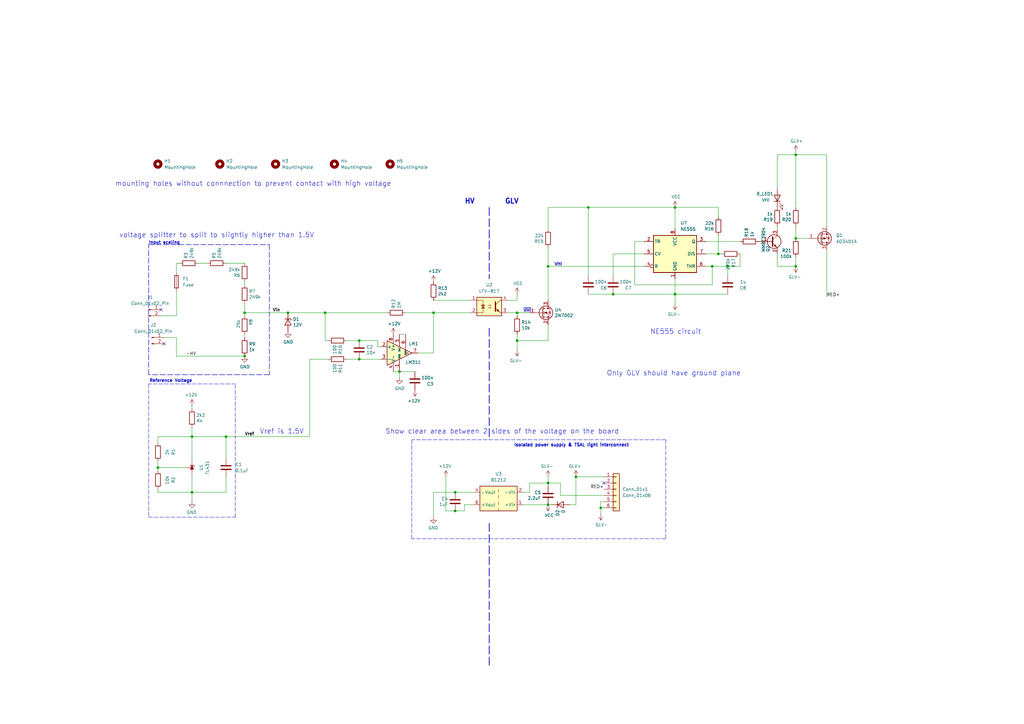
<source format=kicad_sch>
(kicad_sch (version 20231120) (generator "eeschema") (generator_version "8.0")
  (paper "A3")
  (title_block (title "TSAL") (date "2020-03-11") (rev "3.1") (company "NU Racing (UoN)") (comment 1 "Michael Ruppe") (comment 2 "github.com/michaelruppe/FSAE"))
  (lib_symbols
    (symbol "Comparator:LM311" (pin_names (offset 0.127))
      (property "Reference" "U" (at 3.81 6.35 0))
      (property "Value" "LM311" (at 3.81 3.81 0))
      (symbol "LM311_0_1"
        (polyline (pts (xy 5.08 0) (xy -5.08 5.08) (xy -5.08 -5.08) (xy 5.08 0)) (stroke (width 0.254)) (fill (type background)))
        (polyline (pts (xy 3.683 -0.381) (xy 3.302 -0.381) (xy 3.683 0) (xy 3.302 0.381) (xy 2.921 0) (xy 3.302 -0.381) (xy 2.921 -0.381)) (stroke (width 0.127)))
      )
      (symbol "LM311_1_1"
        (pin passive line (at 0 -7.62 90) (length 5.08) (name "GND") (number "1"))
        (pin input line (at -7.62 2.54 0) (length 2.54) (name "+") (number "2"))
        (pin input line (at -7.62 -2.54 0) (length 2.54) (name "-") (number "3"))
        (pin power_in line (at -2.54 -7.62 90) (length 3.81) (name "V-") (number "4"))
        (pin input line (at 0 7.62 270) (length 5.08) (name "BAL") (number "5"))
        (pin input line (at 2.54 7.62 270) (length 6.35) (name "STRB") (number "6"))
        (pin open_collector line (at 7.62 0 180) (length 2.54) (name "~") (number "7"))
        (pin power_in line (at -2.54 7.62 270) (length 3.81) (name "V+") (number "8"))
      )
    )
    (symbol "Connector:Conn_01x02_Pin" (pin_names (offset 1.016) hide)
      (property "Reference" "J" (at 0 2.54 0))
      (property "Value" "Conn_01x02_Pin" (at 0 -5.08 0))
      (symbol "Conn_01x02_Pin_1_1"
        (polyline (pts (xy 1.27 -2.54) (xy 0.8636 -2.54)) (stroke (width 0.1524)))
        (polyline (pts (xy 1.27 0) (xy 0.8636 0)) (stroke (width 0.1524)))
        (rectangle (start 0.8636 -2.413) (end 0 -2.667) (stroke (width 0.1524)) (fill (type outline)))
        (rectangle (start 0.8636 0.127) (end 0 -0.127) (stroke (width 0.1524)) (fill (type outline)))
        (pin passive line (at 5.08 0 180) (length 3.81) (name "Pin_1") (number "1"))
        (pin passive line (at 5.08 -2.54 180) (length 3.81) (name "Pin_2") (number "2"))
      )
    )
    (symbol "Connector_Generic:Conn_01x06" (pin_names (offset 1.016) hide)
      (property "Reference" "J" (at 0 7.62 0))
      (property "Value" "Conn_01x06" (at 0 -10.16 0))
      (symbol "Conn_01x06_1_1"
        (rectangle (start -1.27 -7.493) (end 0 -7.747) (stroke (width 0.1524)))
        (rectangle (start -1.27 -4.953) (end 0 -5.207) (stroke (width 0.1524)))
        (rectangle (start -1.27 -2.413) (end 0 -2.667) (stroke (width 0.1524)))
        (rectangle (start -1.27 0.127) (end 0 -0.127) (stroke (width 0.1524)))
        (rectangle (start -1.27 2.667) (end 0 2.413) (stroke (width 0.1524)))
        (rectangle (start -1.27 5.207) (end 0 4.953) (stroke (width 0.1524)))
        (rectangle (start -1.27 6.35) (end 1.27 -8.89) (stroke (width 0.254)) (fill (type background)))
        (pin passive line (at -5.08 5.08 0) (length 3.81) (name "Pin_1") (number "1"))
        (pin passive line (at -5.08 2.54 0) (length 3.81) (name "Pin_2") (number "2"))
        (pin passive line (at -5.08 0 0) (length 3.81) (name "Pin_3") (number "3"))
        (pin passive line (at -5.08 -2.54 0) (length 3.81) (name "Pin_4") (number "4"))
        (pin passive line (at -5.08 -5.08 0) (length 3.81) (name "Pin_5") (number "5"))
        (pin passive line (at -5.08 -7.62 0) (length 3.81) (name "Pin_6") (number "6"))
      )
    )
    (symbol "Converter_DCDC:TBA2-1212"
      (property "Reference" "U" (at -6.35 6.35 0))
      (property "Value" "TBA2-1212" (at 2.54 6.35 0))
      (symbol "TBA2-1212_0_1"
        (rectangle (start -7.62 5.08) (end 7.62 -5.08) (stroke (width 0.254)) (fill (type background)))
        (polyline (pts (xy 0 -2.54) (xy 0 -3.81)))
        (polyline (pts (xy 0 0) (xy 0 -1.27)))
        (polyline (pts (xy 0 2.54) (xy 0 1.27)))
        (polyline (pts (xy 0 5.08) (xy 0 3.81)))
      )
      (symbol "TBA2-1212_1_1"
        (pin power_in line (at -10.16 2.54 0) (length 2.54) (name "+Vin") (number "1"))
        (pin power_in line (at -10.16 -2.54 0) (length 2.54) (name "-Vin") (number "2"))
        (pin power_out line (at 10.16 -2.54 180) (length 2.54) (name "-Vout") (number "4"))
        (pin power_out line (at 10.16 2.54 180) (length 2.54) (name "+Vout") (number "6"))
      )
    )
    (symbol "Device:C" (pin_numbers hide) (pin_names (offset 0.254))
      (property "Reference" "C" (at 0.635 2.54 0))
      (property "Value" "C" (at 0.635 -2.54 0))
      (symbol "C_0_1"
        (polyline (pts (xy -2.032 -0.762) (xy 2.032 -0.762)) (stroke (width 0.508)))
        (polyline (pts (xy -2.032 0.762) (xy 2.032 0.762)) (stroke (width 0.508)))
      )
      (symbol "C_1_1"
        (pin passive line (at 0 3.81 270) (length 2.794) (name "~") (number "1"))
        (pin passive line (at 0 -3.81 90) (length 2.794) (name "~") (number "2"))
      )
    )
    (symbol "Device:D" (pin_numbers hide) (pin_names (offset 1.016) hide)
      (property "Reference" "D" (at 0 2.54 0))
      (property "Value" "D" (at 0 -2.54 0))
      (symbol "D_0_1"
        (polyline (pts (xy -1.27 1.27) (xy -1.27 -1.27)) (stroke (width 0.254)))
        (polyline (pts (xy 1.27 0) (xy -1.27 0)))
        (polyline (pts (xy 1.27 1.27) (xy 1.27 -1.27) (xy -1.27 0) (xy 1.27 1.27)) (stroke (width 0.254)))
      )
      (symbol "D_1_1"
        (pin passive line (at -3.81 0 0) (length 2.54) (name "K") (number "1"))
        (pin passive line (at 3.81 0 180) (length 2.54) (name "A") (number "2"))
      )
    )
    (symbol "Device:D_Zener" (pin_numbers hide) (pin_names (offset 1.016) hide)
      (property "Reference" "D" (at 0 2.54 0))
      (property "Value" "D_Zener" (at 0 -2.54 0))
      (symbol "D_Zener_0_1"
        (polyline (pts (xy 1.27 0) (xy -1.27 0)))
        (polyline (pts (xy -1.27 -1.27) (xy -1.27 1.27) (xy -0.762 1.27)) (stroke (width 0.254)))
        (polyline (pts (xy 1.27 -1.27) (xy 1.27 1.27) (xy -1.27 0) (xy 1.27 -1.27)) (stroke (width 0.254)))
      )
      (symbol "D_Zener_1_1"
        (pin passive line (at -3.81 0 0) (length 2.54) (name "K") (number "1"))
        (pin passive line (at 3.81 0 180) (length 2.54) (name "A") (number "2"))
      )
    )
    (symbol "Device:Fuse" (pin_numbers hide) (pin_names (offset 0))
      (property "Reference" "F" (at 2.032 0 90))
      (property "Value" "Fuse" (at -1.905 0 90))
      (symbol "Fuse_0_1"
        (rectangle (start -0.762 -2.54) (end 0.762 2.54) (stroke (width 0.254)))
        (polyline (pts (xy 0 2.54) (xy 0 -2.54)))
      )
      (symbol "Fuse_1_1"
        (pin passive line (at 0 3.81 270) (length 1.27) (name "~") (number "1"))
        (pin passive line (at 0 -3.81 90) (length 1.27) (name "~") (number "2"))
      )
    )
    (symbol "Device:LED" (pin_numbers hide) (pin_names (offset 1.016) hide)
      (property "Reference" "D" (at 0 2.54 0))
      (property "Value" "LED" (at 0 -2.54 0))
      (symbol "LED_0_1"
        (polyline (pts (xy -1.27 -1.27) (xy -1.27 1.27)) (stroke (width 0.254)))
        (polyline (pts (xy -1.27 0) (xy 1.27 0)))
        (polyline (pts (xy 1.27 -1.27) (xy 1.27 1.27) (xy -1.27 0) (xy 1.27 -1.27)) (stroke (width 0.254)))
        (polyline (pts (xy -3.048 -0.762) (xy -4.572 -2.286) (xy -3.81 -2.286) (xy -4.572 -2.286) (xy -4.572 -1.524)))
        (polyline (pts (xy -1.778 -0.762) (xy -3.302 -2.286) (xy -2.54 -2.286) (xy -3.302 -2.286) (xy -3.302 -1.524)))
      )
      (symbol "LED_1_1"
        (pin passive line (at -3.81 0 0) (length 2.54) (name "K") (number "1"))
        (pin passive line (at 3.81 0 180) (length 2.54) (name "A") (number "2"))
      )
    )
    (symbol "Device:R" (pin_numbers hide) (pin_names (offset 0))
      (property "Reference" "R" (at 2.032 0 90))
      (property "Value" "R" (at 0 0 90))
      (symbol "R_0_1"
        (rectangle (start -1.016 -2.54) (end 1.016 2.54) (stroke (width 0.254)))
      )
      (symbol "R_1_1"
        (pin passive line (at 0 3.81 270) (length 1.27) (name "~") (number "1"))
        (pin passive line (at 0 -3.81 90) (length 1.27) (name "~") (number "2"))
      )
    )
    (symbol "Isolator:LTV-817" (pin_names (offset 1.016))
      (property "Reference" "U" (at -5.08 5.08 0))
      (property "Value" "LTV-817" (at 0 5.08 0))
      (symbol "LTV-817_0_1"
        (rectangle (start -5.08 3.81) (end 5.08 -3.81) (stroke (width 0.254)) (fill (type background)))
        (polyline (pts (xy -3.175 -0.635) (xy -1.905 -0.635)) (stroke (width 0.254)))
        (polyline (pts (xy 2.54 0.635) (xy 4.445 2.54)))
        (polyline (pts (xy 4.445 -2.54) (xy 2.54 -0.635)) (fill (type outline)))
        (polyline (pts (xy 4.445 -2.54) (xy 5.08 -2.54)))
        (polyline (pts (xy 4.445 2.54) (xy 5.08 2.54)))
        (polyline (pts (xy -5.08 2.54) (xy -2.54 2.54) (xy -2.54 -0.762)))
        (polyline (pts (xy -2.54 -0.635) (xy -2.54 -2.54) (xy -5.08 -2.54)))
        (polyline (pts (xy 2.54 1.905) (xy 2.54 -1.905) (xy 2.54 -1.905)) (stroke (width 0.508)))
        (polyline (pts (xy -2.54 -0.635) (xy -3.175 0.635) (xy -1.905 0.635) (xy -2.54 -0.635)) (stroke (width 0.254)))
        (polyline (pts (xy -0.508 -0.508) (xy 0.762 -0.508) (xy 0.381 -0.635) (xy 0.381 -0.381) (xy 0.762 -0.508)))
        (polyline (pts (xy -0.508 0.508) (xy 0.762 0.508) (xy 0.381 0.381) (xy 0.381 0.635) (xy 0.762 0.508)))
        (polyline (pts (xy 3.048 -1.651) (xy 3.556 -1.143) (xy 4.064 -2.159) (xy 3.048 -1.651) (xy 3.048 -1.651)) (fill (type outline)))
      )
      (symbol "LTV-817_1_1"
        (pin passive line (at -7.62 2.54 0) (length 2.54) (name "~") (number "1"))
        (pin passive line (at -7.62 -2.54 0) (length 2.54) (name "~") (number "2"))
        (pin passive line (at 7.62 -2.54 180) (length 2.54) (name "~") (number "3"))
        (pin passive line (at 7.62 2.54 180) (length 2.54) (name "~") (number "4"))
      )
    )
    (symbol "Mechanical:MountingHole" (pin_names (offset 1.016)) (exclude_from_sim yes) (in_bom no)
      (property "Reference" "H" (at 0 5.08 0))
      (property "Value" "MountingHole" (at 0 3.175 0))
      (symbol "MountingHole_0_1"
        (circle (center 0 0) (radius 1.27) (stroke (width 1.27)))
      )
    )
    (symbol "Reference_Voltage:TL431LP" (pin_numbers hide) (pin_names hide)
      (property "Reference" "U" (at -2.54 2.54 0))
      (property "Value" "TL431LP" (at 0 -2.54 0))
      (symbol "TL431LP_0_1"
        (polyline (pts (xy -1.27 0) (xy 0 0) (xy 1.27 0)))
        (polyline (pts (xy -0.762 0.762) (xy 0.762 0) (xy -0.762 -0.762)) (fill (type outline)))
        (polyline (pts (xy 0.508 -1.016) (xy 0.762 -0.762) (xy 0.762 0.762) (xy 0.762 0.762)) (stroke (width 0.254)))
      )
      (symbol "TL431LP_1_1"
        (pin passive line (at 0 2.54 270) (length 2.54) (name "REF") (number "1"))
        (pin passive line (at -2.54 0 0) (length 2.54) (name "A") (number "2"))
        (pin passive line (at 2.54 0 180) (length 2.54) (name "K") (number "3"))
      )
    )
    (symbol "Timer:NE555D"
      (property "Reference" "U" (at -10.16 8.89 0))
      (property "Value" "NE555D" (at 2.54 8.89 0))
      (symbol "NE555D_0_0"
        (pin power_in line (at 0 -10.16 90) (length 2.54) (name "GND") (number "1"))
        (pin power_in line (at 0 10.16 270) (length 2.54) (name "VCC") (number "8"))
      )
      (symbol "NE555D_0_1"
        (rectangle (start -8.89 -7.62) (end 8.89 7.62) (stroke (width 0.254)) (fill (type background)))
        (rectangle (start -8.89 -7.62) (end 8.89 7.62) (stroke (width 0.254)) (fill (type background)))
      )
      (symbol "NE555D_1_1"
        (pin input line (at -12.7 5.08 0) (length 3.81) (name "TR") (number "2"))
        (pin output line (at 12.7 5.08 180) (length 3.81) (name "Q") (number "3"))
        (pin input inverted (at -12.7 -5.08 0) (length 3.81) (name "R") (number "4"))
        (pin input line (at -12.7 0 0) (length 3.81) (name "CV") (number "5"))
        (pin input line (at 12.7 -5.08 180) (length 3.81) (name "THR") (number "6"))
        (pin input line (at 12.7 0 180) (length 3.81) (name "DIS") (number "7"))
      )
    )
    (symbol "Transistor_BJT:MMBT3904" (pin_names (offset 0) hide)
      (property "Reference" "Q" (at 5.08 1.905 0))
      (property "Value" "MMBT3904" (at 5.08 0 0))
      (symbol "MMBT3904_0_1"
        (polyline (pts (xy 0.635 0.635) (xy 2.54 2.54)))
        (polyline (pts (xy 0.635 -0.635) (xy 2.54 -2.54) (xy 2.54 -2.54)))
        (polyline (pts (xy 0.635 1.905) (xy 0.635 -1.905) (xy 0.635 -1.905)) (stroke (width 0.508)))
        (polyline (pts (xy 1.27 -1.778) (xy 1.778 -1.27) (xy 2.286 -2.286) (xy 1.27 -1.778) (xy 1.27 -1.778)) (fill (type outline)))
        (circle (center 1.27 0) (radius 2.8194) (stroke (width 0.254)))
      )
      (symbol "MMBT3904_1_1"
        (pin input line (at -5.08 0 0) (length 5.715) (name "B") (number "1"))
        (pin passive line (at 2.54 -5.08 90) (length 2.54) (name "E") (number "2"))
        (pin passive line (at 2.54 5.08 270) (length 2.54) (name "C") (number "3"))
      )
    )
    (symbol "Transistor_FET:2N7002" (pin_names hide)
      (property "Reference" "Q" (at 5.08 1.905 0))
      (property "Value" "2N7002" (at 5.08 0 0))
      (symbol "2N7002_0_1"
        (polyline (pts (xy 0.254 0) (xy -2.54 0)))
        (polyline (pts (xy 0.254 1.905) (xy 0.254 -1.905)) (stroke (width 0.254)))
        (polyline (pts (xy 0.762 -1.27) (xy 0.762 -2.286)) (stroke (width 0.254)))
        (polyline (pts (xy 0.762 0.508) (xy 0.762 -0.508)) (stroke (width 0.254)))
        (polyline (pts (xy 0.762 2.286) (xy 0.762 1.27)) (stroke (width 0.254)))
        (polyline (pts (xy 2.54 2.54) (xy 2.54 1.778)))
        (polyline (pts (xy 2.54 -2.54) (xy 2.54 0) (xy 0.762 0)))
        (polyline (pts (xy 0.762 -1.778) (xy 3.302 -1.778) (xy 3.302 1.778) (xy 0.762 1.778)))
        (polyline (pts (xy 1.016 0) (xy 2.032 0.381) (xy 2.032 -0.381) (xy 1.016 0)) (fill (type outline)))
        (polyline (pts (xy 2.794 0.508) (xy 2.921 0.381) (xy 3.683 0.381) (xy 3.81 0.254)))
        (polyline (pts (xy 3.302 0.381) (xy 2.921 -0.254) (xy 3.683 -0.254) (xy 3.302 0.381)))
        (circle (center 1.651 0) (radius 2.794) (stroke (width 0.254)))
        (circle (center 2.54 -1.778) (radius 0.254) (fill (type outline)))
        (circle (center 2.54 1.778) (radius 0.254) (fill (type outline)))
      )
      (symbol "2N7002_1_1"
        (pin input line (at -5.08 0 0) (length 2.54) (name "G") (number "1"))
        (pin passive line (at 2.54 -5.08 90) (length 2.54) (name "S") (number "2"))
        (pin passive line (at 2.54 5.08 270) (length 2.54) (name "D") (number "3"))
      )
    )
    (symbol "Transistor_FET:AO3401A" (pin_names hide)
      (property "Reference" "Q" (at 5.08 1.905 0))
      (property "Value" "AO3401A" (at 5.08 0 0))
      (symbol "AO3401A_0_1"
        (polyline (pts (xy 0.254 0) (xy -2.54 0)))
        (polyline (pts (xy 0.254 1.905) (xy 0.254 -1.905)) (stroke (width 0.254)))
        (polyline (pts (xy 0.762 -1.27) (xy 0.762 -2.286)) (stroke (width 0.254)))
        (polyline (pts (xy 0.762 0.508) (xy 0.762 -0.508)) (stroke (width 0.254)))
        (polyline (pts (xy 0.762 2.286) (xy 0.762 1.27)) (stroke (width 0.254)))
        (polyline (pts (xy 2.54 2.54) (xy 2.54 1.778)))
        (polyline (pts (xy 2.54 -2.54) (xy 2.54 0) (xy 0.762 0)))
        (polyline (pts (xy 0.762 1.778) (xy 3.302 1.778) (xy 3.302 -1.778) (xy 0.762 -1.778)))
        (polyline (pts (xy 2.286 0) (xy 1.27 0.381) (xy 1.27 -0.381) (xy 2.286 0)) (fill (type outline)))
        (polyline (pts (xy 2.794 -0.508) (xy 2.921 -0.381) (xy 3.683 -0.381) (xy 3.81 -0.254)))
        (polyline (pts (xy 3.302 -0.381) (xy 2.921 0.254) (xy 3.683 0.254) (xy 3.302 -0.381)))
        (circle (center 1.651 0) (radius 2.794) (stroke (width 0.254)))
        (circle (center 2.54 -1.778) (radius 0.254) (fill (type outline)))
        (circle (center 2.54 1.778) (radius 0.254) (fill (type outline)))
      )
      (symbol "AO3401A_1_1"
        (pin input line (at -5.08 0 0) (length 2.54) (name "G") (number "1"))
        (pin passive line (at 2.54 -5.08 90) (length 2.54) (name "S") (number "2"))
        (pin passive line (at 2.54 5.08 270) (length 2.54) (name "D") (number "3"))
      )
    )
    (symbol "power-symbol-library:GLV+" (power) (pin_names (offset 0))
      (property "Value" "GLV+" (at 0 3.81 0))
      (symbol "GLV+_0_1"
        (polyline (pts (xy -0.762 1.27) (xy 0 2.54)))
        (polyline (pts (xy 0 0) (xy 0 2.54)))
        (polyline (pts (xy 0 2.54) (xy 0.762 1.27)))
      )
      (symbol "GLV+_1_1"
        (pin power_in line (at 0 0 90) (length 0) hide (name "GLV+") (number "1"))
      )
    )
    (symbol "power-symbol-library:GLV-" (power) (pin_names (offset 0))
      (property "Value" "GLV-" (at 0 3.81 0))
      (symbol "GLV-_0_1"
        (polyline (pts (xy -0.762 1.27) (xy 0 2.54)))
        (polyline (pts (xy 0 0) (xy 0 2.54)))
        (polyline (pts (xy 0 2.54) (xy 0.762 1.27)))
      )
      (symbol "GLV-_1_1"
        (pin power_in line (at 0 0 90) (length 0) hide (name "GLV-") (number "1"))
      )
    )
    (symbol "power:+12V" (power) (pin_numbers hide) (pin_names (offset 0) hide)
      (property "Value" "+12V" (at 0 3.556 0))
      (symbol "+12V_0_1"
        (polyline (pts (xy -0.762 1.27) (xy 0 2.54)))
        (polyline (pts (xy 0 0) (xy 0 2.54)))
        (polyline (pts (xy 0 2.54) (xy 0.762 1.27)))
      )
      (symbol "+12V_1_1"
        (pin power_in line (at 0 0 90) (length 0) (name "~") (number "1"))
      )
    )
    (symbol "power:GND" (power) (pin_numbers hide) (pin_names (offset 0) hide)
      (property "Value" "GND" (at 0 -3.81 0))
      (symbol "GND_0_1"
        (polyline (pts (xy 0 0) (xy 0 -1.27) (xy 1.27 -1.27) (xy 0 -2.54) (xy -1.27 -1.27) (xy 0 -1.27)))
      )
      (symbol "GND_1_1"
        (pin power_in line (at 0 0 270) (length 0) (name "~") (number "1"))
      )
    )
    (symbol "power:VCC" (power) (pin_numbers hide) (pin_names (offset 0) hide)
      (property "Value" "VCC" (at 0 3.556 0))
      (symbol "VCC_0_1"
        (polyline (pts (xy -0.762 1.27) (xy 0 2.54)))
        (polyline (pts (xy 0 0) (xy 0 2.54)))
        (polyline (pts (xy 0 2.54) (xy 0.762 1.27)))
      )
      (symbol "VCC_1_1"
        (pin power_in line (at 0 0 90) (length 0) (name "~") (number "1"))
      )
    )
  )
  (junction (at 163.83 152.4))
  (junction (at 92.71 179.07))
  (junction (at 224.79 207.01))
  (junction (at 241.3 85.09))
  (junction (at 326.39 97.79))
  (junction (at 326.39 109.22))
  (junction (at 147.32 147.32))
  (junction (at 100.33 128.27))
  (junction (at 212.09 128.27))
  (junction (at 186.69 201.93))
  (junction (at 177.8 128.27))
  (junction (at 78.74 179.07))
  (junction (at 212.09 139.7))
  (junction (at 133.35 128.27))
  (junction (at 100.33 146.05))
  (junction (at 326.39 63.5))
  (junction (at 64.77 191.77))
  (junction (at 186.69 209.55))
  (junction (at 118.11 128.27))
  (junction (at 276.86 120.65))
  (junction (at 294.64 104.14))
  (junction (at 224.79 198.12))
  (junction (at 147.32 139.7))
  (junction (at 236.22 195.58))
  (junction (at 224.79 109.22))
  (junction (at 276.86 85.09))
  (junction (at 298.45 109.22))
  (junction (at 292.1 109.22))
  (junction (at 246.38 208.28))
  (junction (at 78.74 201.93))
  (junction (at 251.46 120.65))
  (no_connect (at 247.65 198.12))
  (no_connect (at 66.04 127))
  (no_connect (at 67.31 140.97))
  (wire (pts (xy 92.71 201.93) (xy 78.74 201.93)))
  (polyline (pts (xy 110.49 153.67) (xy 60.96 153.67)) (stroke (width 0.2032) (type dash)))
  (polyline (pts (xy 273.05 220.98) (xy 168.91 220.98)) (stroke (width 0) (type dash)))
  (wire (pts (xy 212.09 139.7) (xy 212.09 137.16)))
  (wire (pts (xy 260.35 116.84) (xy 292.1 116.84)))
  (wire (pts (xy 294.64 104.14) (xy 295.91 104.14)))
  (wire (pts (xy 190.5 207.01) (xy 194.31 207.01)))
  (wire (pts (xy 156.21 142.24) (xy 154.94 142.24)))
  (wire (pts (xy 134.62 147.32) (xy 127 147.32)))
  (polyline (pts (xy 96.52 157.48) (xy 60.96 157.48)) (stroke (width 0) (type dash)))
  (wire (pts (xy 224.79 109.22) (xy 264.16 109.22)))
  (wire (pts (xy 100.33 129.54) (xy 100.33 128.27)))
  (wire (pts (xy 276.86 85.09) (xy 276.86 93.98)))
  (wire (pts (xy 64.77 191.77) (xy 64.77 193.04)))
  (wire (pts (xy 72.39 111.76) (xy 72.39 107.95)))
  (wire (pts (xy 177.8 212.09) (xy 177.8 201.93)))
  (wire (pts (xy 92.71 107.95) (xy 100.33 107.95)))
  (polyline (pts (xy 200.66 85.09) (xy 200.66 114.3)) (stroke (width 0.3048) (type dash)))
  (polyline (pts (xy 110.49 100.33) (xy 110.49 153.67)) (stroke (width 0.2032) (type dash)))
  (wire (pts (xy 212.09 123.19) (xy 212.09 120.65)))
  (wire (pts (xy 224.79 85.09) (xy 241.3 85.09)))
  (polyline (pts (xy 60.96 100.33) (xy 110.49 100.33)) (stroke (width 0.2032) (type dash)))
  (wire (pts (xy 326.39 105.41) (xy 326.39 109.22)))
  (wire (pts (xy 318.77 104.14) (xy 318.77 109.22)))
  (wire (pts (xy 64.77 201.93) (xy 64.77 200.66)))
  (wire (pts (xy 100.33 137.16) (xy 100.33 138.43)))
  (wire (pts (xy 78.74 201.93) (xy 78.74 205.74)))
  (wire (pts (xy 64.77 189.23) (xy 64.77 191.77)))
  (polyline (pts (xy 60.96 153.67) (xy 60.96 100.33)) (stroke (width 0.2032) (type dash)))
  (wire (pts (xy 177.8 144.78) (xy 177.8 128.27)))
  (wire (pts (xy 212.09 128.27) (xy 212.09 129.54)))
  (wire (pts (xy 241.3 85.09) (xy 276.86 85.09)))
  (wire (pts (xy 72.39 107.95) (xy 73.66 107.95)))
  (wire (pts (xy 224.79 109.22) (xy 224.79 101.6)))
  (wire (pts (xy 236.22 195.58) (xy 247.65 195.58)))
  (wire (pts (xy 92.71 179.07) (xy 127 179.07)))
  (polyline (pts (xy 200.66 134.62) (xy 200.66 180.34)) (stroke (width 0.3048) (type dash)))
  (wire (pts (xy 326.39 62.23) (xy 326.39 63.5)))
  (wire (pts (xy 264.16 99.06) (xy 260.35 99.06)))
  (wire (pts (xy 166.37 137.16) (xy 163.83 137.16)))
  (wire (pts (xy 247.65 203.2) (xy 229.87 203.2)))
  (polyline (pts (xy 168.91 220.98) (xy 168.91 180.34)) (stroke (width 0) (type dash)))
  (wire (pts (xy 339.09 63.5) (xy 326.39 63.5)))
  (polyline (pts (xy 273.05 180.34) (xy 168.91 180.34)) (stroke (width 0) (type dash)))
  (wire (pts (xy 289.56 104.14) (xy 294.64 104.14)))
  (wire (pts (xy 100.33 124.46) (xy 100.33 128.27)))
  (wire (pts (xy 78.74 167.64) (xy 78.74 166.37)))
  (polyline (pts (xy 60.96 212.09) (xy 96.52 212.09)) (stroke (width 0) (type dash)))
  (wire (pts (xy 339.09 102.87) (xy 339.09 121.92)))
  (wire (pts (xy 224.79 93.98) (xy 224.79 85.09)))
  (wire (pts (xy 177.8 144.78) (xy 171.45 144.78)))
  (wire (pts (xy 81.28 107.95) (xy 85.09 107.95)))
  (wire (pts (xy 241.3 113.03) (xy 241.3 85.09)))
  (wire (pts (xy 78.74 194.31) (xy 78.74 201.93)))
  (wire (pts (xy 212.09 143.51) (xy 212.09 139.7)))
  (wire (pts (xy 147.32 139.7) (xy 142.24 139.7)))
  (wire (pts (xy 177.8 201.93) (xy 186.69 201.93)))
  (wire (pts (xy 224.79 195.58) (xy 224.79 198.12)))
  (wire (pts (xy 251.46 104.14) (xy 251.46 113.03)))
  (wire (pts (xy 326.39 63.5) (xy 326.39 85.09)))
  (wire (pts (xy 190.5 209.55) (xy 186.69 209.55)))
  (wire (pts (xy 214.63 207.01) (xy 224.79 207.01)))
  (polyline (pts (xy 200.66 214.63) (xy 200.66 273.05)) (stroke (width 0.3048) (type dash)))
  (wire (pts (xy 133.35 128.27) (xy 158.75 128.27)))
  (wire (pts (xy 236.22 195.58) (xy 236.22 207.01)))
  (wire (pts (xy 318.77 92.71) (xy 318.77 93.98)))
  (wire (pts (xy 303.53 104.14) (xy 303.53 109.22)))
  (wire (pts (xy 78.74 175.26) (xy 78.74 179.07)))
  (wire (pts (xy 133.35 128.27) (xy 133.35 139.7)))
  (wire (pts (xy 276.86 85.09) (xy 294.64 85.09)))
  (wire (pts (xy 208.28 123.19) (xy 212.09 123.19)))
  (wire (pts (xy 224.79 198.12) (xy 217.17 198.12)))
  (wire (pts (xy 186.69 209.55) (xy 182.88 209.55)))
  (wire (pts (xy 264.16 104.14) (xy 251.46 104.14)))
  (wire (pts (xy 298.45 109.22) (xy 292.1 109.22)))
  (wire (pts (xy 224.79 198.12) (xy 224.79 199.39)))
  (wire (pts (xy 127 147.32) (xy 127 179.07)))
  (wire (pts (xy 251.46 120.65) (xy 276.86 120.65)))
  (wire (pts (xy 154.94 139.7) (xy 147.32 139.7)))
  (wire (pts (xy 92.71 195.58) (xy 92.71 201.93)))
  (wire (pts (xy 142.24 147.32) (xy 147.32 147.32)))
  (wire (pts (xy 177.8 123.19) (xy 193.04 123.19)))
  (wire (pts (xy 292.1 116.84) (xy 292.1 109.22)))
  (wire (pts (xy 72.39 138.43) (xy 72.39 146.05)))
  (wire (pts (xy 64.77 191.77) (xy 76.2 191.77)))
  (wire (pts (xy 100.33 128.27) (xy 118.11 128.27)))
  (wire (pts (xy 229.87 203.2) (xy 229.87 198.12)))
  (wire (pts (xy 163.83 152.4) (xy 163.83 154.94)))
  (wire (pts (xy 241.3 120.65) (xy 251.46 120.65)))
  (wire (pts (xy 133.35 139.7) (xy 134.62 139.7)))
  (wire (pts (xy 67.31 138.43) (xy 72.39 138.43)))
  (wire (pts (xy 78.74 179.07) (xy 92.71 179.07)))
  (wire (pts (xy 163.83 152.4) (xy 170.18 152.4)))
  (wire (pts (xy 318.77 63.5) (xy 318.77 77.47)))
  (polyline (pts (xy 273.05 180.34) (xy 273.05 220.98)) (stroke (width 0) (type dash)))
  (wire (pts (xy 339.09 63.5) (xy 339.09 92.71)))
  (wire (pts (xy 161.29 152.4) (xy 163.83 152.4)))
  (wire (pts (xy 72.39 146.05) (xy 100.33 146.05)))
  (wire (pts (xy 298.45 120.65) (xy 276.86 120.65)))
  (wire (pts (xy 212.09 128.27) (xy 217.17 128.27)))
  (wire (pts (xy 64.77 201.93) (xy 78.74 201.93)))
  (wire (pts (xy 236.22 207.01) (xy 233.68 207.01)))
  (wire (pts (xy 78.74 179.07) (xy 78.74 189.23)))
  (wire (pts (xy 64.77 179.07) (xy 64.77 181.61)))
  (wire (pts (xy 276.86 120.65) (xy 276.86 124.46)))
  (wire (pts (xy 318.77 63.5) (xy 326.39 63.5)))
  (wire (pts (xy 100.33 115.57) (xy 100.33 116.84)))
  (wire (pts (xy 247.65 208.28) (xy 246.38 208.28)))
  (wire (pts (xy 226.06 207.01) (xy 224.79 207.01)))
  (wire (pts (xy 229.87 198.12) (xy 224.79 198.12)))
  (wire (pts (xy 64.77 179.07) (xy 78.74 179.07)))
  (wire (pts (xy 224.79 139.7) (xy 212.09 139.7)))
  (wire (pts (xy 182.88 195.58) (xy 182.88 209.55)))
  (wire (pts (xy 247.65 205.74) (xy 246.38 205.74)))
  (wire (pts (xy 217.17 201.93) (xy 214.63 201.93)))
  (wire (pts (xy 154.94 142.24) (xy 154.94 139.7)))
  (wire (pts (xy 186.69 201.93) (xy 194.31 201.93)))
  (polyline (pts (xy 60.96 157.48) (xy 60.96 212.09)) (stroke (width 0) (type dash)))
  (wire (pts (xy 303.53 109.22) (xy 298.45 109.22)))
  (wire (pts (xy 224.79 133.35) (xy 224.79 139.7)))
  (polyline (pts (xy 96.52 212.09) (xy 96.52 157.48)) (stroke (width 0) (type dash)))
  (wire (pts (xy 294.64 85.09) (xy 294.64 88.9)))
  (wire (pts (xy 190.5 209.55) (xy 190.5 207.01)))
  (wire (pts (xy 72.39 119.38) (xy 72.39 129.54)))
  (wire (pts (xy 260.35 99.06) (xy 260.35 116.84)))
  (wire (pts (xy 92.71 179.07) (xy 92.71 187.96)))
  (wire (pts (xy 298.45 113.03) (xy 298.45 109.22)))
  (wire (pts (xy 326.39 92.71) (xy 326.39 97.79)))
  (wire (pts (xy 289.56 99.06) (xy 303.53 99.06)))
  (wire (pts (xy 118.11 128.27) (xy 133.35 128.27)))
  (wire (pts (xy 292.1 109.22) (xy 289.56 109.22)))
  (wire (pts (xy 66.04 129.54) (xy 72.39 129.54)))
  (wire (pts (xy 246.38 205.74) (xy 246.38 208.28)))
  (wire (pts (xy 276.86 120.65) (xy 276.86 114.3)))
  (wire (pts (xy 166.37 128.27) (xy 177.8 128.27)))
  (wire (pts (xy 326.39 97.79) (xy 331.47 97.79)))
  (wire (pts (xy 224.79 109.22) (xy 224.79 123.19)))
  (wire (pts (xy 318.77 109.22) (xy 326.39 109.22)))
  (wire (pts (xy 147.32 147.32) (xy 156.21 147.32)))
  (wire (pts (xy 246.38 208.28) (xy 246.38 210.82)))
  (wire (pts (xy 294.64 96.52) (xy 294.64 104.14)))
  (wire (pts (xy 212.09 128.27) (xy 208.28 128.27)))
  (wire (pts (xy 177.8 128.27) (xy 193.04 128.27)))
  (wire (pts (xy 217.17 198.12) (xy 217.17 201.93)))
  (text "voltage splitter to split to slightly higher than 1.5V" (at 88.9 96.52 0) (effects (font (size 2.0066 2.0066))))
  (text "Show clear area between 2 sides of the voltage on the board" (at 205.994 177.038 0) (effects (font (size 2.0066 2.0066))))
  (text "Isolated power supply & TSAL light interconnect" (at 258.064 183.388 0) (effects (font (size 1.27 1.27) (thickness 0.254) (bold yes)) (justify right bottom)))
  (text "Reference Voltage" (at 61.214 156.972 0) (effects (font (size 1.27 1.27) (thickness 0.254) (bold yes)) (justify left bottom)))
  (text "~{VHI}" (at 214.63 128.27 0) (effects (font (size 1.27 1.27) (thickness 0.254) (bold yes)) (justify left bottom)))
  (text "mounting holes without connnection to prevent contact with high voltage " (at 104.648 75.438 0) (effects (font (size 2.0066 2.0066))))
  (text "Input scaling" (at 60.96 100.33 0) (effects (font (size 1.27 1.27) (thickness 0.254) (bold yes)) (justify left bottom)))
  (text "Only GLV should have ground plane" (at 276.352 153.162 0) (effects (font (size 2.0066 2.0066))))
  (text "GLV" (at 207.01 83.82 0) (effects (font (size 2.0066 2.0066) (thickness 0.4013) (bold yes)) (justify left bottom)))
  (text "VHI" (at 227.33 109.22 0) (effects (font (size 1.27 1.27) (thickness 0.254) (bold yes)) (justify left bottom)))
  (text "Vref is 1.5V\n" (at 115.57 177.038 0) (effects (font (size 2.0066 2.0066))))
  (text "NE555 circuit" (at 277.114 136.144 0) (effects (font (size 2.0066 2.0066))))
  (text "HV" (at 190.5 83.82 0) (effects (font (size 2.0066 2.0066) (thickness 0.4013) (bold yes)) (justify left bottom)))
  (label "-HV" (at 76.2 146.05 0))
  (label "RED+" (at 247.65 200.66 180))
  (label "Vin" (at 111.76 128.27 0) (effects (font (thickness 0.254) (bold yes))))
  (label "Vref" (at 100.33 179.07 0) (effects (font (thickness 0.254) (bold yes))))
  (label "RED+" (at 339.09 121.92 0))
  (symbol (lib_id "Device:R") (at 100.33 120.65 0) (unit 1)
    (property "Reference" "R7" (at 102.108 119.4816 0) (effects (justify left)))
    (property "Value" "249k" (at 102.108 121.793 0) (effects (justify left)))
    (property "Footprint" "Resistor_SMD:R_1206_3216Metric_Pad1.30x1.75mm_HandSolder" (effects (hide yes)))
  )
  (symbol (lib_id "Device:R") (at 100.33 133.35 180) (unit 1)
    (property "Reference" "R8" (at 102.87 130.81 90) (effects (justify left)))
    (property "Value" "25k" (at 97.79 131.0386 90) (effects (justify left)))
    (property "Footprint" "Resistor_SMD:R_1206_3216Metric_Pad1.30x1.75mm_HandSolder" (effects (hide yes)))
  )
  (symbol (lib_id "Device:C") (at 224.79 203.2 0) (mirror y) (unit 1)
    (property "Reference" "C5" (at 221.869 202.0316 0) (effects (justify left)))
    (property "Value" "2.2uF" (at 221.869 204.343 0) (effects (justify left)))
    (property "Footprint" "Capacitor_SMD:C_0805_2012Metric" (effects (hide yes)))
  )
  (symbol (lib_id "power:+12V") (at 182.88 195.58 0) (mirror y) (unit 1)
    (property "Reference" "#PWR010" (effects (hide yes)))
    (property "Value" "+12V" (at 182.499 191.1858 0))
  )
  (symbol (lib_id "power:GND") (at 177.8 212.09 0) (mirror y) (unit 1)
    (property "Reference" "#PWR09" (effects (hide yes)))
    (property "Value" "GND" (at 177.673 216.4842 0))
  )
  (symbol (lib_id "Device:R") (at 138.43 147.32 270) (unit 1)
    (property "Reference" "R11" (at 139.5984 149.098 0) (effects (justify left)))
    (property "Value" "100" (at 137.287 149.098 0) (effects (justify left)))
    (property "Footprint" "Resistor_SMD:R_1206_3216Metric_Pad1.30x1.75mm_HandSolder" (effects (hide yes)))
  )
  (symbol (lib_id "Device:C") (at 147.32 143.51 0) (unit 1)
    (property "Reference" "C2" (at 150.241 142.3416 0) (effects (justify left)))
    (property "Value" "10n" (at 150.241 144.653 0) (effects (justify left)))
    (property "Footprint" "Capacitor_SMD:C_0805_2012Metric" (effects (hide yes)))
  )
  (symbol (lib_id "Device:R") (at 138.43 139.7 270) (unit 1)
    (property "Reference" "R10" (at 139.5984 141.478 0) (effects (justify left)))
    (property "Value" "100" (at 137.287 141.478 0) (effects (justify left)))
    (property "Footprint" "Resistor_SMD:R_1206_3216Metric_Pad1.30x1.75mm_HandSolder" (effects (hide yes)))
  )
  (symbol (lib_id "Device:D_Zener") (at 118.11 132.08 270) (unit 1)
    (property "Reference" "D1" (at 120.1166 130.9116 90) (effects (justify left)))
    (property "Value" "12V" (at 120.1166 133.223 90) (effects (justify left)))
    (property "Footprint" "Diode_THT:D_DO-35_SOD27_P7.62mm_Horizontal" (effects (hide yes)))
  )
  (symbol (lib_id "power:GND") (at 118.11 135.89 0) (unit 1)
    (property "Reference" "#PWR04" (effects (hide yes)))
    (property "Value" "GND" (at 118.237 140.2842 0))
  )
  (symbol (lib_id "Device:R") (at 100.33 142.24 0) (unit 1)
    (property "Reference" "R9" (at 102.108 141.0716 0) (effects (justify left)))
    (property "Value" "1k" (at 102.108 143.383 0) (effects (justify left)))
    (property "Footprint" "Resistor_SMD:R_1206_3216Metric_Pad1.30x1.75mm_HandSolder" (effects (hide yes)))
  )
  (symbol (lib_id "power:GND") (at 100.33 146.05 0) (unit 1)
    (property "Reference" "#PWR03" (effects (hide yes)))
    (property "Value" "GND" (at 100.457 150.4442 0))
  )
  (symbol (lib_id "Device:R") (at 100.33 111.76 180) (unit 1)
    (property "Reference" "R6" (at 98.552 112.9284 0) (effects (justify left)))
    (property "Value" "249k" (at 98.552 110.617 0) (effects (justify left)))
    (property "Footprint" "Resistor_SMD:R_1206_3216Metric_Pad1.30x1.75mm_HandSolder" (effects (hide yes)))
  )
  (symbol (lib_id "Device:R") (at 162.56 128.27 90) (unit 1)
    (property "Reference" "R12" (at 161.3916 126.492 0) (effects (justify left)))
    (property "Value" "1M" (at 163.703 126.492 0) (effects (justify left)))
    (property "Footprint" "Resistor_SMD:R_1206_3216Metric_Pad1.30x1.75mm_HandSolder" (effects (hide yes)))
    (property "Description" "optional" (effects (hide yes)))
  )
  (symbol (lib_id "Device:C") (at 170.18 156.21 180) (unit 1)
    (property "Reference" "C3" (at 177.8 157.48 0) (effects (justify left)))
    (property "Value" "100n" (at 177.8 154.94 0) (effects (justify left)))
    (property "Footprint" "Capacitor_SMD:C_0805_2012Metric" (effects (hide yes)))
  )
  (symbol (lib_id "power:+12V") (at 170.18 160.02 180) (unit 1)
    (property "Reference" "#PWR07" (effects (hide yes)))
    (property "Value" "+12V" (at 169.799 164.4142 0))
  )
  (symbol (lib_id "Comparator:LM311") (at 163.83 144.78 0) (unit 1)
    (property "Reference" "LM1" (at 167.64 140.97 0) (effects (justify left)))
    (property "Value" "LM311" (at 166.37 148.59 0) (effects (justify left)))
    (property "Footprint" "Package_SO:SOIC-8_3.9x4.9mm_P1.27mm" (effects (hide yes)))
    (property "Datasheet" "http://www.ti.com/lit/ds/symlink/lm311.pdf" (effects (hide yes)))
  )
  (symbol (lib_id "power:GND") (at 163.83 154.94 0) (unit 1)
    (property "Reference" "#PWR06" (effects (hide yes)))
    (property "Value" "GND" (at 163.957 159.3342 0))
  )
  (symbol (lib_id "power:+12V") (at 161.29 137.16 0) (unit 1)
    (property "Reference" "#PWR05" (effects (hide yes)))
    (property "Value" "+12V" (at 161.671 132.7658 0))
  )
  (symbol (lib_id "Device:D") (at 229.87 207.01 0) (mirror x) (unit 1)
    (property "Reference" "D2" (at 228.7016 209.0166 90) (effects (justify left)))
    (property "Value" "D" (at 231.013 209.0166 90) (effects (justify left)))
    (property "Footprint" "Diode_SMD:D_SMA" (effects (hide yes)))
  )
  (symbol (lib_id "power:+12V") (at 177.8 115.57 0) (unit 1)
    (property "Reference" "#PWR08" (effects (hide yes)))
    (property "Value" "+12V" (at 178.181 111.1758 0))
  )
  (symbol (lib_id "Device:R") (at 177.8 119.38 0) (unit 1)
    (property "Reference" "R13" (at 179.578 118.2116 0) (effects (justify left)))
    (property "Value" "2k2" (at 179.578 120.523 0) (effects (justify left)))
    (property "Footprint" "Resistor_SMD:R_1206_3216Metric_Pad1.30x1.75mm_HandSolder" (effects (hide yes)))
  )
  (symbol (lib_id "power-symbol-library:GLV-") (at 212.09 143.51 180) (unit 1)
    (property "Reference" "#PWR012" (effects (hide yes)))
    (property "Value" "GLV-" (at 211.709 147.9042 0))
  )
  (symbol (lib_id "Device:R") (at 212.09 133.35 0) (unit 1)
    (property "Reference" "R14" (at 213.868 132.1816 0) (effects (justify left)))
    (property "Value" "10k" (at 213.868 134.493 0) (effects (justify left)))
    (property "Footprint" "Resistor_SMD:R_0805_2012Metric" (effects (hide yes)))
  )
  (symbol (lib_id "Device:C") (at 251.46 116.84 180) (unit 1)
    (property "Reference" "C7" (at 259.08 118.11 0) (effects (justify left)))
    (property "Value" "100n" (at 259.08 115.57 0) (effects (justify left)))
    (property "Footprint" "Capacitor_SMD:C_0805_2012Metric" (effects (hide yes)))
  )
  (symbol (lib_id "Device:R") (at 299.72 104.14 270) (unit 1)
    (property "Reference" "R17" (at 300.8884 105.918 0) (effects (justify left)))
    (property "Value" "220k" (at 298.577 105.918 0) (effects (justify left)))
    (property "Footprint" "Resistor_SMD:R_0805_2012Metric" (effects (hide yes)))
  )
  (symbol (lib_id "Device:C") (at 241.3 116.84 180) (unit 1)
    (property "Reference" "C6" (at 248.92 118.11 0) (effects (justify left)))
    (property "Value" "100n" (at 248.92 115.57 0) (effects (justify left)))
    (property "Footprint" "Capacitor_SMD:C_0805_2012Metric" (effects (hide yes)))
  )
  (symbol (lib_id "Device:C") (at 298.45 116.84 180) (unit 1)
    (property "Reference" "C8" (at 306.07 118.11 0) (effects (justify left)))
    (property "Value" "1u" (at 306.07 115.57 0) (effects (justify left)))
    (property "Footprint" "Capacitor_SMD:C_0805_2012Metric" (effects (hide yes)))
  )
  (symbol (lib_id "Device:R") (at 294.64 92.71 180) (unit 1)
    (property "Reference" "R16" (at 292.862 93.8784 0) (effects (justify left)))
    (property "Value" "22k" (at 292.862 91.567 0) (effects (justify left)))
    (property "Footprint" "Resistor_SMD:R_0805_2012Metric" (effects (hide yes)))
  )
  (symbol (lib_id "Device:R") (at 88.9 107.95 90) (unit 1)
    (property "Reference" "R5" (at 87.7316 106.172 0) (effects (justify left)))
    (property "Value" "249k" (at 90.043 106.172 0) (effects (justify left)))
    (property "Footprint" "Resistor_SMD:R_1206_3216Metric_Pad1.30x1.75mm_HandSolder" (effects (hide yes)))
  )
  (symbol (lib_id "Device:R") (at 77.47 107.95 90) (unit 1)
    (property "Reference" "R3" (at 76.3016 106.172 0) (effects (justify left)))
    (property "Value" "249k" (at 78.613 106.172 0) (effects (justify left)))
    (property "Footprint" "Resistor_SMD:R_1206_3216Metric_Pad1.30x1.75mm_HandSolder" (effects (hide yes)))
  )
  (symbol (lib_id "power-symbol-library:GLV+") (at 236.22 195.58 0) (mirror y) (unit 1)
    (property "Reference" "#PWR015" (effects (hide yes)))
    (property "Value" "GLV+" (at 235.839 191.1858 0))
  )
  (symbol (lib_id "power-symbol-library:GLV-") (at 224.79 195.58 0) (mirror y) (unit 1)
    (property "Reference" "#PWR013" (effects (hide yes)))
    (property "Value" "GLV-" (at 224.409 191.1858 0))
  )
  (symbol (lib_id "Transistor_FET:2N7002") (at 222.25 128.27 0) (unit 1)
    (property "Reference" "U4" (at 227.4824 127.1016 0) (effects (justify left)))
    (property "Value" "2N7002" (at 227.4824 129.413 0) (effects (justify left)))
    (property "Footprint" "Package_TO_SOT_SMD:SOT-23" (effects (hide yes)))
    (property "Datasheet" "https://www.fairchildsemi.com/datasheets/2N/2N7002.pdf" (effects (hide yes)))
  )
  (symbol (lib_id "power-symbol-library:GLV-") (at 326.39 109.22 180) (unit 1)
    (property "Reference" "#PWR021" (effects (hide yes)))
    (property "Value" "GLV-" (at 326.009 113.6142 0))
  )
  (symbol (lib_id "power-symbol-library:GLV+") (at 326.39 62.23 0) (unit 1)
    (property "Reference" "#PWR020" (effects (hide yes)))
    (property "Value" "GLV+" (at 326.771 57.8358 0))
  )
  (symbol (lib_id "power:VCC") (at 224.79 207.01 0) (mirror x) (unit 1)
    (property "Reference" "#PWR014" (effects (hide yes)))
    (property "Value" "VCC" (at 225.2472 211.4042 0))
  )
  (symbol (lib_id "power:VCC") (at 212.09 120.65 0) (unit 1)
    (property "Reference" "#PWR011" (effects (hide yes)))
    (property "Value" "VCC" (at 212.5218 116.2558 0))
  )
  (symbol (lib_id "power:VCC") (at 276.86 85.09 0) (unit 1)
    (property "Reference" "#PWR017" (effects (hide yes)))
    (property "Value" "VCC" (at 277.2918 80.6958 0))
  )
  (symbol (lib_id "Device:R") (at 224.79 97.79 180) (unit 1)
    (property "Reference" "R15" (at 223.012 98.9584 0) (effects (justify left)))
    (property "Value" "22k" (at 223.012 96.647 0) (effects (justify left)))
    (property "Footprint" "Resistor_SMD:R_0805_2012Metric" (effects (hide yes)))
  )
  (symbol (lib_id "power-symbol-library:GLV-") (at 276.86 124.46 180) (unit 1)
    (property "Reference" "#PWR018" (effects (hide yes)))
    (property "Value" "GLV-" (at 276.479 128.8542 0))
  )
  (symbol (lib_id "power-symbol-library:GLV-") (at 246.38 210.82 0) (mirror x) (unit 1)
    (property "Reference" "#PWR016" (effects (hide yes)))
    (property "Value" "GLV-" (at 246.761 215.2142 0))
  )
  (symbol (lib_id "Mechanical:MountingHole") (at 113.03 67.31 0) (unit 1) (exclude_from_sim yes) (in_bom no)
    (property "Reference" "H3" (at 115.57 66.0399 0) (effects (justify left)))
    (property "Value" "MountingHole" (at 115.57 68.5799 0) (effects (justify left)))
    (property "Footprint" "MountingHole:MountingHole_3mm" (effects (hide yes)))
    (property "Description" "Mounting Hole without connection" (effects (hide yes)))
  )
  (symbol (lib_id "Mechanical:MountingHole") (at 137.16 67.31 0) (unit 1) (exclude_from_sim yes) (in_bom no)
    (property "Reference" "H4" (at 139.7 66.0399 0) (effects (justify left)))
    (property "Value" "MountingHole" (at 139.7 68.5799 0) (effects (justify left)))
    (property "Footprint" "MountingHole:MountingHole_3mm" (effects (hide yes)))
    (property "Description" "Mounting Hole without connection" (effects (hide yes)))
  )
  (symbol (lib_id "Reference_Voltage:TL431LP") (at 78.74 191.77 90) (unit 1)
    (property "Reference" "U1" (at 82.55 191.77 0))
    (property "Value" "TL431" (at 85.09 191.77 0))
    (property "Footprint" "Package_TO_SOT_SMD:SOT-23-3" (effects (hide yes)))
    (property "Datasheet" "http://www.ti.com/lit/ds/symlink/tl431.pdf" (effects (hide yes)))
    (property "Description" "Shunt Regulator, TO-92" (effects (hide yes)))
  )
  (symbol (lib_id "Isolator:LTV-817") (at 200.66 125.73 0) (unit 1)
    (property "Reference" "U2" (at 200.66 116.84 0))
    (property "Value" "LTV-817" (at 200.66 119.38 0))
    (property "Footprint" "Package_DIP:DIP-4_W8.89mm_SMDSocket_LongPads" (effects (hide yes)))
    (property "Datasheet" "http://www.us.liteon.com/downloads/LTV-817-827-847.PDF" (effects (hide yes)))
    (property "Description" "DC Optocoupler, Vce 35V, CTR 50%, DIP-4" (effects (hide yes)))
  )
  (symbol (lib_id "power:GND") (at 78.74 205.74 0) (mirror y) (unit 1)
    (property "Reference" "#PWR02" (effects (hide yes)))
    (property "Value" "GND" (at 78.613 210.1342 0))
  )
  (symbol (lib_id "Device:R") (at 64.77 196.85 0) (unit 1)
    (property "Reference" "R2" (at 71.12 196.85 90))
    (property "Value" "10k" (at 68.58 196.85 90))
    (property "Footprint" "Resistor_SMD:R_1206_3216Metric_Pad1.30x1.75mm_HandSolder" (effects (hide yes)))
    (property "Description" "Resistor" (effects (hide yes)))
  )
  (symbol (lib_id "Device:C") (at 92.71 191.77 0) (unit 1)
    (property "Reference" "C1" (at 96.52 190.4999 0) (effects (justify left)))
    (property "Value" "0.1uF" (at 96.52 193.0399 0) (effects (justify left)))
    (property "Footprint" "Capacitor_SMD:C_0805_2012Metric" (effects (hide yes)))
    (property "Description" "Unpolarized capacitor" (effects (hide yes)))
  )
  (symbol (lib_id "Device:LED") (at 318.77 81.28 90) (unit 1)
    (property "Reference" "R_LED1" (at 310.134 79.502 90) (effects (justify right)))
    (property "Value" "VHI" (at 312.42 82.042 90) (effects (justify right)))
    (property "Footprint" "LED_THT:LED_D1.8mm_W3.3mm_H2.4mm" (effects (hide yes)))
  )
  (symbol (lib_id "Transistor_FET:AO3401A") (at 336.55 97.79 0) (mirror x) (unit 1)
    (property "Reference" "Q1" (at 342.9 96.5199 0) (effects (justify left)))
    (property "Value" "AO3401A" (at 342.9 99.0599 0) (effects (justify left)))
    (property "Footprint" "Package_TO_SOT_SMD:SOT-23" (effects (hide yes)))
    (property "Datasheet" "http://www.aosmd.com/pdfs/datasheet/AO3401A.pdf" (effects (hide yes)))
    (property "Description" "-4.0A Id, -30V Vds, P-Channel MOSFET, SOT-23" (effects (hide yes)))
  )
  (symbol (lib_id "Transistor_BJT:MMBT3904") (at 316.23 99.06 0) (unit 1)
    (property "Reference" "Q2" (at 314.96 103.378 90) (effects (justify left)))
    (property "Value" "MMBT3904" (at 313.182 103.378 90) (effects (justify left)))
    (property "Footprint" "Package_TO_SOT_SMD:SOT-23" (effects (hide yes)))
    (property "Datasheet" "https://www.onsemi.com/pdf/datasheet/pzt3904-d.pdf" (effects (hide yes)))
    (property "Description" "0.2A Ic, 40V Vce, Small Signal NPN Transistor, SOT-23" (effects (hide yes)))
  )
  (symbol (lib_id "Mechanical:MountingHole") (at 90.17 67.31 0) (unit 1) (exclude_from_sim yes) (in_bom no)
    (property "Reference" "H2" (at 92.71 66.0399 0) (effects (justify left)))
    (property "Value" "MountingHole" (at 92.71 68.5799 0) (effects (justify left)))
    (property "Footprint" "MountingHole:MountingHole_3mm" (effects (hide yes)))
    (property "Description" "Mounting Hole without connection" (effects (hide yes)))
  )
  (symbol (lib_id "Timer:NE555D") (at 276.86 104.14 0) (unit 1)
    (property "Reference" "U7" (at 279.0541 91.44 0) (effects (justify left)))
    (property "Value" "NE555" (at 279.0541 93.98 0) (effects (justify left)))
    (property "Footprint" "Package_SO:SOIC-8_3.9x4.9mm_P1.27mm" (effects (hide yes)))
    (property "Datasheet" "http://www.ti.com/lit/ds/symlink/ne555.pdf" (effects (hide yes)))
  )
  (symbol (lib_id "Connector_Generic:Conn_01x06") (at 252.73 200.66 0) (unit 1)
    (property "Reference" "Conn_01x1" (at 255.27 200.6599 0) (effects (justify left)))
    (property "Value" "Conn_01x06" (at 255.27 203.1999 0) (effects (justify left)))
    (property "Footprint" "Connector_JST:JST_VH_B6P-VH_1x06_P3.96mm_Vertical" (effects (hide yes)))
    (property "Description" "Generic connector, single row, 01x06, script generated (kicad-library-utils/schlib/autogen/connector/)" (effects (hide yes)))
  )
  (symbol (lib_id "Device:C") (at 186.69 205.74 0) (mirror y) (unit 1)
    (property "Reference" "C4" (at 183.769 204.5716 0) (effects (justify left)))
    (property "Value" "1uF" (at 183.769 206.883 0) (effects (justify left)))
    (property "Footprint" "Capacitor_SMD:C_0805_2012Metric" (effects (hide yes)))
  )
  (symbol (lib_id "Mechanical:MountingHole") (at 64.77 67.31 0) (unit 1) (exclude_from_sim yes) (in_bom no)
    (property "Reference" "H1" (at 67.31 66.0399 0) (effects (justify left)))
    (property "Value" "MountingHole" (at 67.31 68.5799 0) (effects (justify left)))
    (property "Footprint" "MountingHole:MountingHole_3mm" (effects (hide yes)))
    (property "Description" "Mounting Hole without connection" (effects (hide yes)))
  )
  (symbol (lib_id "power:+12V") (at 78.74 166.37 0) (mirror y) (unit 1)
    (property "Reference" "#PWR01" (effects (hide yes)))
    (property "Value" "+12V" (at 78.359 161.9758 0))
  )
  (symbol (lib_id "Device:R") (at 64.77 185.42 0) (unit 1)
    (property "Reference" "R1" (at 71.12 185.42 90))
    (property "Value" "2k" (at 68.58 185.42 90))
    (property "Footprint" "Resistor_SMD:R_1206_3216Metric_Pad1.30x1.75mm_HandSolder" (effects (hide yes)))
    (property "Description" "Resistor" (effects (hide yes)))
  )
  (symbol (lib_id "Device:R") (at 307.34 99.06 90) (unit 1)
    (property "Reference" "R18" (at 306.1716 97.282 0) (effects (justify left)))
    (property "Value" "1k" (at 308.483 97.282 0) (effects (justify left)))
    (property "Footprint" "Resistor_SMD:R_0805_2012Metric" (effects (hide yes)))
  )
  (symbol (lib_id "Connector:Conn_01x02_Pin") (at 60.96 127 0) (unit 1)
    (property "Reference" "J1" (at 61.595 121.92 0))
    (property "Value" "Conn_01x02_Pin" (at 61.595 124.46 0))
    (property "Footprint" "Connector_AMASS:AMASS_XT60-M_1x02_P7.20mm_Vertical" (effects (hide yes)))
    (property "Description" "Generic connector, single row, 01x02, script generated" (effects (hide yes)))
  )
  (symbol (lib_id "Device:R") (at 318.77 88.9 180) (unit 1)
    (property "Reference" "R19" (at 316.992 90.0684 0) (effects (justify left)))
    (property "Value" "1k" (at 316.992 87.757 0) (effects (justify left)))
    (property "Footprint" "Resistor_SMD:R_0805_2012Metric" (effects (hide yes)))
  )
  (symbol (lib_id "Device:Fuse") (at 72.39 115.57 0) (unit 1)
    (property "Reference" "F1" (at 74.93 114.2999 0) (effects (justify left)))
    (property "Value" "Fuse" (at 74.93 116.8399 0) (effects (justify left)))
    (property "Footprint" "Fuse:Fuse_1206_3216Metric_Pad1.42x1.75mm_HandSolder" (effects (hide yes)))
    (property "Description" "Fuse" (effects (hide yes)))
  )
  (symbol (lib_id "Mechanical:MountingHole") (at 160.02 67.31 0) (unit 1) (exclude_from_sim yes) (in_bom no)
    (property "Reference" "H5" (at 162.56 66.0399 0) (effects (justify left)))
    (property "Value" "MountingHole" (at 162.56 68.5799 0) (effects (justify left)))
    (property "Footprint" "MountingHole:MountingHole_3mm" (effects (hide yes)))
    (property "Description" "Mounting Hole without connection" (effects (hide yes)))
  )
  (symbol (lib_id "Device:R") (at 326.39 88.9 180) (unit 1)
    (property "Reference" "R20" (at 324.612 90.0684 0) (effects (justify left)))
    (property "Value" "1k" (at 324.612 87.757 0) (effects (justify left)))
    (property "Footprint" "Resistor_SMD:R_0805_2012Metric" (effects (hide yes)))
  )
  (symbol (lib_id "Converter_DCDC:TBA2-1212") (at 204.47 204.47 180) (unit 1)
    (property "Reference" "U3" (at 204.47 194.31 0))
    (property "Value" "B1212" (at 204.47 196.85 0))
    (property "Footprint" "Converter_DCDC:Converter_DCDC_TRACO_TBA2-xxxx_Single_THT" (effects (hide yes)))
    (property "Datasheet" "https://www.tracopower.com/products/tba2.pdf" (effects (hide yes)))
    (property "Description" "2W DC/DC converter unregulated, 10.8-13.2V input, 12V fixed output voltage, 165mA output, 1.5kVDC isolation, SIP-7" (effects (hide yes)))
  )
  (symbol (lib_id "Device:R") (at 326.39 101.6 180) (unit 1)
    (property "Reference" "R21" (at 324.612 102.7684 0) (effects (justify left)))
    (property "Value" "100k" (at 324.866 105.156 0) (effects (justify left)))
    (property "Footprint" "Resistor_SMD:R_0805_2012Metric" (effects (hide yes)))
  )
  (symbol (lib_id "Connector:Conn_01x02_Pin") (at 62.23 138.43 0) (unit 1)
    (property "Reference" "J2" (at 62.865 133.35 0))
    (property "Value" "Conn_01x02_Pin" (at 62.865 135.89 0))
    (property "Footprint" "Connector_AMASS:AMASS_XT60-M_1x02_P7.20mm_Vertical" (effects (hide yes)))
    (property "Description" "Generic connector, single row, 01x02, script generated" (effects (hide yes)))
  )
  (symbol (lib_id "Device:R") (at 78.74 171.45 0) (mirror x) (unit 1)
    (property "Reference" "R4" (at 80.518 172.6184 0) (effects (justify left)))
    (property "Value" "2k2" (at 80.518 170.307 0) (effects (justify left)))
    (property "Footprint" "Resistor_SMD:R_1206_3216Metric_Pad1.30x1.75mm_HandSolder" (effects (hide yes)))
  )
)
</source>
